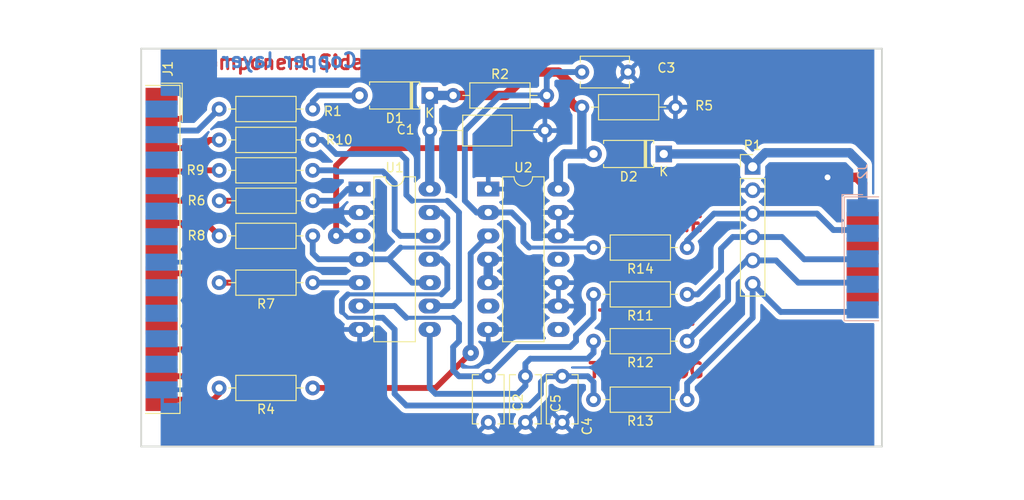
<source format=kicad_pcb>
(kicad_pcb (version 20241229) (generator "pcbnew") (generator_version "9.0")
  (title_block (rev "1") (company "Kicad Demo"))
  (layers (0 "F.Cu" signal "top_copper") (2 "B.Cu" signal "bottom_copper") (13 "F.Paste" user) (15 "B.Paste" user) (5 "F.SilkS" user "F.Silkscreen") (7 "B.SilkS" user "B.Silkscreen") (1 "F.Mask" user) (3 "B.Mask" user) (25 "Edge.Cuts" user))
  (net 0 "")
  (net 1 "/CLK-D1")
  (net 2 "/CTRL-D3")
  (net 3 "/DONE-SELECT*")
  (net 4 "/PWR_3,3-5V")
  (net 5 "/TCK-CCLK")
  (net 6 "/TD0-DONE")
  (net 7 "/TD0-PROG-D4")
  (net 8 "/TDI-DIN")
  (net 9 "/TDI-DIN-D0")
  (net 10 "/TMS-PROG")
  (net 11 "/TMS-PROG-D2")
  (net 12 "/VCC_SENSE-ERROR*")
  (net 13 "GND")
  (net 14 "VCC")
  (net 15 "Net-(U1B-O)")
  (net 16 "Net-(U1A-O)")
  (net 20 "Net-(U1D-O)")
  (net 21 "Net-(U1C-O)")
  (net 22 "Net-(D1-K)")
  (net 29 "Net-(J1-Pad11)")
  (net 34 "Net-(U2A-O)")
  (net 35 "Net-(U1A-E)")
  (net 36 "Net-(U1B-D)")
  (net 37 "Net-(U1B-E)")
  (net 38 "Net-(U1D-D)")
  (net 39 "Net-(U1C-D)")
  (footprint "sonde-xilinx:R_Axial_DIN0207_L6.3mm_D2.5mm_P10.16mm_Horizontal" (layer "F.Cu") (at 162.56 88.9 180)
    (property "Reference" "R14" (at 5.08 -2.31 180) (layer "F.SilkS"))
    (property "Value" "100")
    (fp_line (start 9.12 0) (end 8.35 0) (stroke (width 0.12)) (layer "F.SilkS"))
    (fp_line (start 8.35 1.37) (end 8.35 -1.37) (stroke (width 0.12)) (layer "F.SilkS"))
    (fp_line (start 8.35 -1.37) (end 1.81 -1.37) (stroke (width 0.12)) (layer "F.SilkS"))
    (fp_line (start 1.81 1.37) (end 8.35 1.37) (stroke (width 0.12)) (layer "F.SilkS"))
    (fp_line (start 1.81 -1.37) (end 1.81 1.37) (stroke (width 0.12)) (layer "F.SilkS"))
    (fp_line (start 1.04 0) (end 1.81 0) (stroke (width 0.12)) (layer "F.SilkS"))
    (pad "1" thru_hole circle (at 0 0 180) (size 1.6 1.6) (drill 0.8) (layers "*.Cu" "*.Mask") (net 6 "/TD0-DONE"))
    (pad "2" thru_hole oval (at 10.16 0 180) (size 1.6 1.6) (drill 0.8) (layers "*.Cu" "*.Mask") (net 16 "Net-(U1A-O)"))
  )
  (footprint "sonde-xilinx:R_Axial_DIN0207_L6.3mm_D2.5mm_P10.16mm_Horizontal" (layer "F.Cu") (at 121.92 80.518 180)
    (property "Reference" "R9" (at 12.72 0.018 180) (layer "F.SilkS"))
    (property "Value" "100")
    (fp_line (start 9.12 0) (end 8.35 0) (stroke (width 0.12)) (layer "F.SilkS"))
    (fp_line (start 8.35 1.37) (end 8.35 -1.37) (stroke (width 0.12)) (layer "F.SilkS"))
    (fp_line (start 8.35 -1.37) (end 1.81 -1.37) (stroke (width 0.12)) (layer "F.SilkS"))
    (fp_line (start 1.81 1.37) (end 8.35 1.37) (stroke (width 0.12)) (layer "F.SilkS"))
    (fp_line (start 1.81 -1.37) (end 1.81 1.37) (stroke (width 0.12)) (layer "F.SilkS"))
    (fp_line (start 1.04 0) (end 1.81 0) (stroke (width 0.12)) (layer "F.SilkS"))
    (pad "1" thru_hole circle (at 0 0 180) (size 1.6 1.6) (drill 0.8) (layers "*.Cu" "*.Mask") (net 38 "Net-(U1D-D)"))
    (pad "2" thru_hole oval (at 10.16 0 180) (size 1.6 1.6) (drill 0.8) (layers "*.Cu" "*.Mask") (net 11 "/TMS-PROG-D2"))
  )
  (footprint "sonde-xilinx:R_Axial_DIN0207_L6.3mm_D2.5mm_P10.16mm_Horizontal" (layer "F.Cu") (at 121.92 104.14 180)
    (property "Reference" "R4" (at 5.08 -2.31 180) (layer "F.SilkS"))
    (property "Value" "47")
    (fp_line (start 9.12 0) (end 8.35 0) (stroke (width 0.12)) (layer "F.SilkS"))
    (fp_line (start 8.35 1.37) (end 8.35 -1.37) (stroke (width 0.12)) (layer "F.SilkS"))
    (fp_line (start 8.35 -1.37) (end 1.81 -1.37) (stroke (width 0.12)) (layer "F.SilkS"))
    (fp_line (start 1.81 1.37) (end 8.35 1.37) (stroke (width 0.12)) (layer "F.SilkS"))
    (fp_line (start 1.81 -1.37) (end 1.81 1.37) (stroke (width 0.12)) (layer "F.SilkS"))
    (fp_line (start 1.04 0) (end 1.81 0) (stroke (width 0.12)) (layer "F.SilkS"))
    (pad "1" thru_hole circle (at 0 0 180) (size 1.6 1.6) (drill 0.8) (layers "*.Cu" "*.Mask") (net 34 "Net-(U2A-O)"))
    (pad "2" thru_hole oval (at 10.16 0 180) (size 1.6 1.6) (drill 0.8) (layers "*.Cu" "*.Mask") (net 3 "/DONE-SELECT*"))
  )
  (footprint "sonde-xilinx:R_Axial_DIN0207_L6.3mm_D2.5mm_P10.16mm_Horizontal" (layer "F.Cu") (at 162.56 105.41 180)
    (property "Reference" "R13" (at 5.08 -2.31 180) (layer "F.SilkS"))
    (property "Value" "100")
    (fp_line (start 9.12 0) (end 8.35 0) (stroke (width 0.12)) (layer "F.SilkS"))
    (fp_line (start 8.35 1.37) (end 8.35 -1.37) (stroke (width 0.12)) (layer "F.SilkS"))
    (fp_line (start 8.35 -1.37) (end 1.81 -1.37) (stroke (width 0.12)) (layer "F.SilkS"))
    (fp_line (start 1.81 1.37) (end 8.35 1.37) (stroke (width 0.12)) (layer "F.SilkS"))
    (fp_line (start 1.81 -1.37) (end 1.81 1.37) (stroke (width 0.12)) (layer "F.SilkS"))
    (fp_line (start 1.04 0) (end 1.81 0) (stroke (width 0.12)) (layer "F.SilkS"))
    (pad "1" thru_hole circle (at 0 0 180) (size 1.6 1.6) (drill 0.8) (layers "*.Cu" "*.Mask") (net 10 "/TMS-PROG"))
    (pad "2" thru_hole oval (at 10.16 0 180) (size 1.6 1.6) (drill 0.8) (layers "*.Cu" "*.Mask") (net 20 "Net-(U1D-O)"))
  )
  (footprint "sonde-xilinx:R_Axial_DIN0207_L6.3mm_D2.5mm_P10.16mm_Horizontal" (layer "F.Cu") (at 162.56 99.06 180)
    (property "Reference" "R12" (at 5.08 -2.31 180) (layer "F.SilkS"))
    (property "Value" "100")
    (fp_line (start 9.12 0) (end 8.35 0) (stroke (width 0.12)) (layer "F.SilkS"))
    (fp_line (start 8.35 1.37) (end 8.35 -1.37) (stroke (width 0.12)) (layer "F.SilkS"))
    (fp_line (start 8.35 -1.37) (end 1.81 -1.37) (stroke (width 0.12)) (layer "F.SilkS"))
    (fp_line (start 1.81 1.37) (end 8.35 1.37) (stroke (width 0.12)) (layer "F.SilkS"))
    (fp_line (start 1.81 -1.37) (end 1.81 1.37) (stroke (width 0.12)) (layer "F.SilkS"))
    (fp_line (start 1.04 0) (end 1.81 0) (stroke (width 0.12)) (layer "F.SilkS"))
    (pad "1" thru_hole circle (at 0 0 180) (size 1.6 1.6) (drill 0.8) (layers "*.Cu" "*.Mask") (net 5 "/TCK-CCLK"))
    (pad "2" thru_hole oval (at 10.16 0 180) (size 1.6 1.6) (drill 0.8) (layers "*.Cu" "*.Mask") (net 21 "Net-(U1C-O)"))
  )
  (footprint "sonde-xilinx:R_Axial_DIN0207_L6.3mm_D2.5mm_P10.16mm_Horizontal" (layer "F.Cu") (at 162.56 93.98 180)
    (property "Reference" "R11" (at 5.08 -2.31 180) (layer "F.SilkS"))
    (property "Value" "100")
    (fp_line (start 9.12 0) (end 8.35 0) (stroke (width 0.12)) (layer "F.SilkS"))
    (fp_line (start 8.35 1.37) (end 8.35 -1.37) (stroke (width 0.12)) (layer "F.SilkS"))
    (fp_line (start 8.35 -1.37) (end 1.81 -1.37) (stroke (width 0.12)) (layer "F.SilkS"))
    (fp_line (start 1.81 1.37) (end 8.35 1.37) (stroke (width 0.12)) (layer "F.SilkS"))
    (fp_line (start 1.81 -1.37) (end 1.81 1.37) (stroke (width 0.12)) (layer "F.SilkS"))
    (fp_line (start 1.04 0) (end 1.81 0) (stroke (width 0.12)) (layer "F.SilkS"))
    (pad "1" thru_hole circle (at 0 0 180) (size 1.6 1.6) (drill 0.8) (layers "*.Cu" "*.Mask") (net 8 "/TDI-DIN"))
    (pad "2" thru_hole oval (at 10.16 0 180) (size 1.6 1.6) (drill 0.8) (layers "*.Cu" "*.Mask") (net 15 "Net-(U1B-O)"))
  )
  (footprint "sonde-xilinx:R_Axial_DIN0207_L6.3mm_D2.5mm_P10.16mm_Horizontal" (layer "F.Cu") (at 121.92 87.63 180)
    (property "Reference" "R8" (at 12.62 0.03 180) (layer "F.SilkS"))
    (property "Value" "100")
    (fp_line (start 9.12 0) (end 8.35 0) (stroke (width 0.12)) (layer "F.SilkS"))
    (fp_line (start 8.35 1.37) (end 8.35 -1.37) (stroke (width 0.12)) (layer "F.SilkS"))
    (fp_line (start 8.35 -1.37) (end 1.81 -1.37) (stroke (width 0.12)) (layer "F.SilkS"))
    (fp_line (start 1.81 1.37) (end 8.35 1.37) (stroke (width 0.12)) (layer "F.SilkS"))
    (fp_line (start 1.81 -1.37) (end 1.81 1.37) (stroke (width 0.12)) (layer "F.SilkS"))
    (fp_line (start 1.04 0) (end 1.81 0) (stroke (width 0.12)) (layer "F.SilkS"))
    (pad "1" thru_hole circle (at 0 0 180) (size 1.6 1.6) (drill 0.8) (layers "*.Cu" "*.Mask") (net 37 "Net-(U1B-E)"))
    (pad "2" thru_hole oval (at 10.16 0 180) (size 1.6 1.6) (drill 0.8) (layers "*.Cu" "*.Mask") (net 2 "/CTRL-D3"))
  )
  (footprint "sonde-xilinx:R_Axial_DIN0207_L6.3mm_D2.5mm_P10.16mm_Horizontal" (layer "F.Cu") (at 121.92 92.71 180)
    (property "Reference" "R7" (at 5.08 -2.31 180) (layer "F.SilkS"))
    (property "Value" "100")
    (fp_line (start 9.12 0) (end 8.35 0) (stroke (width 0.12)) (layer "F.SilkS"))
    (fp_line (start 8.35 1.37) (end 8.35 -1.37) (stroke (width 0.12)) (layer "F.SilkS"))
    (fp_line (start 8.35 -1.37) (end 1.81 -1.37) (stroke (width 0.12)) (layer "F.SilkS"))
    (fp_line (start 1.81 1.37) (end 8.35 1.37) (stroke (width 0.12)) (layer "F.SilkS"))
    (fp_line (start 1.81 -1.37) (end 1.81 1.37) (stroke (width 0.12)) (layer "F.SilkS"))
    (fp_line (start 1.04 0) (end 1.81 0) (stroke (width 0.12)) (layer "F.SilkS"))
    (pad "1" thru_hole circle (at 0 0 180) (size 1.6 1.6) (drill 0.8) (layers "*.Cu" "*.Mask") (net 36 "Net-(U1B-D)"))
    (pad "2" thru_hole oval (at 10.16 0 180) (size 1.6 1.6) (drill 0.8) (layers "*.Cu" "*.Mask") (net 9 "/TDI-DIN-D0"))
  )
  (footprint "sonde-xilinx:R_Axial_DIN0207_L6.3mm_D2.5mm_P10.16mm_Horizontal" (layer "F.Cu") (at 121.9327 83.82 180)
    (property "Reference" "R6" (at 12.6327 0.02 180) (layer "F.SilkS"))
    (property "Value" "100")
    (fp_line (start 9.12 0) (end 8.35 0) (stroke (width 0.12)) (layer "F.SilkS"))
    (fp_line (start 8.35 1.37) (end 8.35 -1.37) (stroke (width 0.12)) (layer "F.SilkS"))
    (fp_line (start 8.35 -1.37) (end 1.81 -1.37) (stroke (width 0.12)) (layer "F.SilkS"))
    (fp_line (start 1.81 1.37) (end 8.35 1.37) (stroke (width 0.12)) (layer "F.SilkS"))
    (fp_line (start 1.81 -1.37) (end 1.81 1.37) (stroke (width 0.12)) (layer "F.SilkS"))
    (fp_line (start 1.04 0) (end 1.81 0) (stroke (width 0.12)) (layer "F.SilkS"))
    (pad "1" thru_hole circle (at 0 0 180) (size 1.6 1.6) (drill 0.8) (layers "*.Cu" "*.Mask") (net 35 "Net-(U1A-E)"))
    (pad "2" thru_hole oval (at 10.16 0 180) (size 1.6 1.6) (drill 0.8) (layers "*.Cu" "*.Mask") (net 7 "/TD0-PROG-D4"))
  )
  (footprint "sonde-xilinx:R_Axial_DIN0207_L6.3mm_D2.5mm_P10.16mm_Horizontal" (layer "F.Cu") (at 137.16 72.39)
    (property "Reference" "R2" (at 5.08 -2.31 0) (layer "F.SilkS"))
    (property "Value" "5,1K")
    (fp_line (start 1.04 0) (end 1.81 0) (stroke (width 0.12)) (layer "F.SilkS"))
    (fp_line (start 1.81 -1.37) (end 1.81 1.37) (stroke (width 0.12)) (layer "F.SilkS"))
    (fp_line (start 1.81 1.37) (end 8.35 1.37) (stroke (width 0.12)) (layer "F.SilkS"))
    (fp_line (start 8.35 -1.37) (end 1.81 -1.37) (stroke (width 0.12)) (layer "F.SilkS"))
    (fp_line (start 8.35 1.37) (end 8.35 -1.37) (stroke (width 0.12)) (layer "F.SilkS"))
    (fp_line (start 9.12 0) (end 8.35 0) (stroke (width 0.12)) (layer "F.SilkS"))
    (pad "1" thru_hole circle (at 0 0) (size 1.6 1.6) (drill 0.8) (layers "*.Cu" "*.Mask") (net 14 "VCC"))
    (pad "2" thru_hole oval (at 10.16 0) (size 1.6 1.6) (drill 0.8) (layers "*.Cu" "*.Mask") (net 16 "Net-(U1A-O)"))
  )
  (footprint "sonde-xilinx:R_Axial_DIN0207_L6.3mm_D2.5mm_P10.16mm_Horizontal" (layer "F.Cu") (at 151.13 73.66)
    (property "Reference" "R5" (at 13.27 -0.16 0) (layer "F.SilkS"))
    (property "Value" "1K")
    (fp_line (start 1.04 0) (end 1.81 0) (stroke (width 0.12)) (layer "F.SilkS"))
    (fp_line (start 1.81 -1.37) (end 1.81 1.37) (stroke (width 0.12)) (layer "F.SilkS"))
    (fp_line (start 1.81 1.37) (end 8.35 1.37) (stroke (width 0.12)) (layer "F.SilkS"))
    (fp_line (start 8.35 -1.37) (end 1.81 -1.37) (stroke (width 0.12)) (layer "F.SilkS"))
    (fp_line (start 8.35 1.37) (end 8.35 -1.37) (stroke (width 0.12)) (layer "F.SilkS"))
    (fp_line (start 9.12 0) (end 8.35 0) (stroke (width 0.12)) (layer "F.SilkS"))
    (pad "1" thru_hole circle (at 0 0) (size 1.6 1.6) (drill 0.8) (layers "*.Cu" "*.Mask") (net 14 "VCC"))
    (pad "2" thru_hole oval (at 10.16 0) (size 1.6 1.6) (drill 0.8) (layers "*.Cu" "*.Mask") (net 13 "GND"))
  )
  (footprint "sonde-xilinx:R_Axial_DIN0207_L6.3mm_D2.5mm_P10.16mm_Horizontal" (layer "F.Cu") (at 121.92 77.216 180)
    (property "Reference" "R10" (at -2.88 0.016 180) (layer "F.SilkS"))
    (property "Value" "100")
    (fp_line (start 9.12 0) (end 8.35 0) (stroke (width 0.12)) (layer "F.SilkS"))
    (fp_line (start 8.35 1.37) (end 8.35 -1.37) (stroke (width 0.12)) (layer "F.SilkS"))
    (fp_line (start 8.35 -1.37) (end 1.81 -1.37) (stroke (width 0.12)) (layer "F.SilkS"))
    (fp_line (start 1.81 1.37) (end 8.35 1.37) (stroke (width 0.12)) (layer "F.SilkS"))
    (fp_line (start 1.81 -1.37) (end 1.81 1.37) (stroke (width 0.12)) (layer "F.SilkS"))
    (fp_line (start 1.04 0) (end 1.81 0) (stroke (width 0.12)) (layer "F.SilkS"))
    (pad "1" thru_hole circle (at 0 0 180) (size 1.6 1.6) (drill 0.8) (layers "*.Cu" "*.Mask") (net 39 "Net-(U1C-D)"))
    (pad "2" thru_hole oval (at 10.16 0 180) (size 1.6 1.6) (drill 0.8) (layers "*.Cu" "*.Mask") (net 1 "/CLK-D1"))
  )
  (footprint "sonde-xilinx:D_A-405_P7.62mm_Horizontal" (layer "F.Cu") (at 160.02 78.74 180)
    (property "Reference" "D2" (at 3.81 -2.47 180) (layer "F.SilkS"))
    (property "Value" "BAT46")
    (fp_line (start 6.53 1.47) (end 6.53 1.14) (stroke (width 0.12)) (layer "F.SilkS"))
    (fp_line (start 6.53 -1.47) (end 6.53 -1.14) (stroke (width 0.12)) (layer "F.SilkS"))
    (fp_line (start 2.11 -1.47) (end 2.11 1.47) (stroke (width 0.12)) (layer "F.SilkS"))
    (fp_line (start 1.99 -1.47) (end 1.99 1.47) (stroke (width 0.12)) (layer "F.SilkS"))
    (fp_line (start 1.87 -1.47) (end 1.87 1.47) (stroke (width 0.12)) (layer "F.SilkS"))
    (fp_line (start 1.09 1.47) (end 6.53 1.47) (stroke (width 0.12)) (layer "F.SilkS"))
    (fp_line (start 1.09 1.14) (end 1.09 1.47) (stroke (width 0.12)) (layer "F.SilkS"))
    (fp_line (start 1.09 -1.14) (end 1.09 -1.47) (stroke (width 0.12)) (layer "F.SilkS"))
    (fp_line (start 1.09 -1.47) (end 6.53 -1.47) (stroke (width 0.12)) (layer "F.SilkS"))
    (fp_text user "K" (at 0 -1.9 180) (layer "F.SilkS"))
    (pad "1" thru_hole rect (at 0 0 180) (size 1.8 1.8) (drill 0.9) (layers "*.Cu" "*.Mask") (net 4 "/PWR_3,3-5V"))
    (pad "2" thru_hole oval (at 7.62 0 180) (size 1.8 1.8) (drill 0.9) (layers "*.Cu" "*.Mask") (net 14 "VCC"))
  )
  (footprint "sonde-xilinx:D_A-405_P7.62mm_Horizontal" (layer "F.Cu") (at 134.62 72.39 180)
    (property "Reference" "D1" (at 3.81 -2.47 180) (layer "F.SilkS"))
    (property "Value" "BAT46")
    (fp_line (start 6.53 1.47) (end 6.53 1.14) (stroke (width 0.12)) (layer "F.SilkS"))
    (fp_line (start 6.53 -1.47) (end 6.53 -1.14) (stroke (width 0.12)) (layer "F.SilkS"))
    (fp_line (start 2.11 -1.47) (end 2.11 1.47) (stroke (width 0.12)) (layer "F.SilkS"))
    (fp_line (start 1.99 -1.47) (end 1.99 1.47) (stroke (width 0.12)) (layer "F.SilkS"))
    (fp_line (start 1.87 -1.47) (end 1.87 1.47) (stroke (width 0.12)) (layer "F.SilkS"))
    (fp_line (start 1.09 1.47) (end 6.53 1.47) (stroke (width 0.12)) (layer "F.SilkS"))
    (fp_line (start 1.09 1.14) (end 1.09 1.47) (stroke (width 0.12)) (layer "F.SilkS"))
    (fp_line (start 1.09 -1.14) (end 1.09 -1.47) (stroke (width 0.12)) (layer "F.SilkS"))
    (fp_line (start 1.09 -1.47) (end 6.53 -1.47) (stroke (width 0.12)) (layer "F.SilkS"))
    (fp_text user "K" (at 0 -1.9 180) (layer "F.SilkS"))
    (pad "1" thru_hole rect (at 0 0 180) (size 1.8 1.8) (drill 0.9) (layers "*.Cu" "*.Mask") (net 14 "VCC"))
    (pad "2" thru_hole oval (at 7.62 0 180) (size 1.8 1.8) (drill 0.9) (layers "*.Cu" "*.Mask") (net 22 "Net-(D1-K)"))
  )
  (footprint "sonde-xilinx:R_Axial_DIN0207_L6.3mm_D2.5mm_P10.16mm_Horizontal" (layer "F.Cu") (at 121.92 73.8632 180)
    (property "Reference" "R1" (at -2.18 -0.2368 180) (layer "F.SilkS"))
    (property "Value" "100")
    (fp_line (start 9.12 0) (end 8.35 0) (stroke (width 0.12)) (layer "F.SilkS"))
    (fp_line (start 8.35 1.37) (end 8.35 -1.37) (stroke (width 0.12)) (layer "F.SilkS"))
    (fp_line (start 8.35 -1.37) (end 1.81 -1.37) (stroke (width 0.12)) (layer "F.SilkS"))
    (fp_line (start 1.81 1.37) (end 8.35 1.37) (stroke (width 0.12)) (layer "F.SilkS"))
    (fp_line (start 1.81 -1.37) (end 1.81 1.37) (stroke (width 0.12)) (layer "F.SilkS"))
    (fp_line (start 1.04 0) (end 1.81 0) (stroke (width 0.12)) (layer "F.SilkS"))
    (pad "1" thru_hole circle (at 0 0 180) (size 1.6 1.6) (drill 0.8) (layers "*.Cu" "*.Mask") (net 22 "Net-(D1-K)"))
    (pad "2" thru_hole oval (at 10.16 0 180) (size 1.6 1.6) (drill 0.8) (layers "*.Cu" "*.Mask") (net 12 "/VCC_SENSE-ERROR*"))
  )
  (footprint "sonde-xilinx:C_Axial_L5.1mm_D3.1mm_P12.50mm_Horizontal" (layer "F.Cu") (at 134.62 76.2)
    (property "Reference" "C1" (at -2.62 -0.1 0) (layer "F.SilkS"))
    (property "Value" "1uF")
    (fp_line (start 1.04 0) (end 3.58 0) (stroke (width 0.12)) (layer "F.SilkS"))
    (fp_line (start 3.58 -1.67) (end 3.58 1.67) (stroke (width 0.12)) (layer "F.SilkS"))
    (fp_line (start 3.58 1.67) (end 8.92 1.67) (stroke (width 0.12)) (layer "F.SilkS"))
    (fp_line (start 8.92 -1.67) (end 3.58 -1.67) (stroke (width 0.12)) (layer "F.SilkS"))
    (fp_line (start 8.92 1.67) (end 8.92 -1.67) (stroke (width 0.12)) (layer "F.SilkS"))
    (fp_line (start 11.46 0) (end 8.92 0) (stroke (width 0.12)) (layer "F.SilkS"))
    (pad "1" thru_hole circle (at 0 0) (size 1.6 1.6) (drill 0.8) (layers "*.Cu" "*.Mask") (net 14 "VCC"))
    (pad "2" thru_hole oval (at 12.5 0) (size 1.6 1.6) (drill 0.8) (layers "*.Cu" "*.Mask") (net 13 "GND"))
  )
  (footprint "sonde-xilinx:PinHeader_1x06_P2.54mm_Vertical" (layer "F.Cu") (at 169.672 80.137)
    (property "Reference" "P1" (at 0 -2.33 0) (layer "F.SilkS"))
    (property "Value" "CONN_6")
    (fp_line (start -1.33 -1.33) (end 0 -1.33) (stroke (width 0.12)) (layer "F.SilkS"))
    (fp_line (start -1.33 0) (end -1.33 -1.33) (stroke (width 0.12)) (layer "F.SilkS"))
    (fp_line (start -1.33 1.27) (end -1.33 14.03) (stroke (width 0.12)) (layer "F.SilkS"))
    (fp_line (start -1.33 1.27) (end 1.33 1.27) (stroke (width 0.12)) (layer "F.SilkS"))
    (fp_line (start -1.33 14.03) (end 1.33 14.03) (stroke (width 0.12)) (layer "F.SilkS"))
    (fp_line (start 1.33 1.27) (end 1.33 14.03) (stroke (width 0.12)) (layer "F.SilkS"))
    (pad "1" thru_hole rect (at 0 0) (size 1.7 1.7) (drill 1) (layers "*.Cu" "*.Mask") (net 4 "/PWR_3,3-5V"))
    (pad "2" thru_hole oval (at 0 2.54) (size 1.7 1.7) (drill 1) (layers "*.Cu" "*.Mask") (net 13 "GND"))
    (pad "3" thru_hole oval (at 0 5.08) (size 1.7 1.7) (drill 1) (layers "*.Cu" "*.Mask") (net 6 "/TD0-DONE"))
    (pad "4" thru_hole oval (at 0 7.62) (size 1.7 1.7) (drill 1) (layers "*.Cu" "*.Mask") (net 8 "/TDI-DIN"))
    (pad "5" thru_hole oval (at 0 10.16) (size 1.7 1.7) (drill 1) (layers "*.Cu" "*.Mask") (net 5 "/TCK-CCLK"))
    (pad "6" thru_hole oval (at 0 12.7) (size 1.7 1.7) (drill 1) (layers "*.Cu" "*.Mask") (net 10 "/TMS-PROG"))
  )
  (footprint "sonde-xilinx:DIP-14_W7.62mm_LongPads" (layer "F.Cu") (at 140.97 82.55)
    (property "Reference" "U2" (at 3.81 -2.33 0) (layer "F.SilkS"))
    (property "Value" "74LS125")
    (fp_line (start 1.56 -1.33) (end 1.56 16.57) (stroke (width 0.12)) (layer "F.SilkS"))
    (fp_line (start 1.56 16.57) (end 6.06 16.57) (stroke (width 0.12)) (layer "F.SilkS"))
    (fp_line (start 2.81 -1.33) (end 1.56 -1.33) (stroke (width 0.12)) (layer "F.SilkS"))
    (fp_line (start 6.06 -1.33) (end 4.81 -1.33) (stroke (width 0.12)) (layer "F.SilkS"))
    (fp_line (start 6.06 16.57) (end 6.06 -1.33) (stroke (width 0.12)) (layer "F.SilkS"))
    (fp_arc (start 4.81 -1.33) (mid 3.81 -0.33) (end 2.81 -1.33) (stroke (width 0.12)) (layer "F.SilkS"))
    (pad "1" thru_hole rect (at 0 0) (size 2.4 1.6) (drill 0.8) (layers "*.Cu" "*.Mask") (net 13 "GND"))
    (pad "2" thru_hole oval (at 0 2.54) (size 2.4 1.6) (drill 0.8) (layers "*.Cu" "*.Mask") (net 16 "Net-(U1A-O)"))
    (pad "3" thru_hole oval (at 0 5.08) (size 2.4 1.6) (drill 0.8) (layers "*.Cu" "*.Mask") (net 34 "Net-(U2A-O)"))
    (pad "4" thru_hole oval (at 0 7.62) (size 2.4 1.6) (drill 0.8) (layers "*.Cu" "*.Mask") (net 13 "GND"))
    (pad "5" thru_hole oval (at 0 10.16) (size 2.4 1.6) (drill 0.8) (layers "*.Cu" "*.Mask") (net 13 "GND"))
    (pad "6" thru_hole oval (at 0 12.7) (size 2.4 1.6) (drill 0.8) (layers "*.Cu" "*.Mask"))
    (pad "7" thru_hole oval (at 0 15.24) (size 2.4 1.6) (drill 0.8) (layers "*.Cu" "*.Mask") (net 13 "GND"))
    (pad "8" thru_hole oval (at 7.62 15.24) (size 2.4 1.6) (drill 0.8) (layers "*.Cu" "*.Mask"))
    (pad "9" thru_hole oval (at 7.62 12.7) (size 2.4 1.6) (drill 0.8) (layers "*.Cu" "*.Mask") (net 13 "GND"))
    (pad "10" thru_hole oval (at 7.62 10.16) (size 2.4 1.6) (drill 0.8) (layers "*.Cu" "*.Mask") (net 13 "GND"))
    (pad "11" thru_hole oval (at 7.62 7.62) (size 2.4 1.6) (drill 0.8) (layers "*.Cu" "*.Mask"))
    (pad "12" thru_hole oval (at 7.62 5.08) (size 2.4 1.6) (drill 0.8) (layers "*.Cu" "*.Mask") (net 13 "GND"))
    (pad "13" thru_hole oval (at 7.62 2.54) (size 2.4 1.6) (drill 0.8) (layers "*.Cu" "*.Mask") (net 13 "GND"))
    (pad "14" thru_hole oval (at 7.62 0) (size 2.4 1.6) (drill 0.8) (layers "*.Cu" "*.Mask") (net 14 "VCC"))
  )
  (footprint "sonde-xilinx:DIP-14_W7.62mm_LongPads" (layer "F.Cu") (at 127 82.55)
    (property "Reference" "U1" (at 3.81 -2.33 0) (layer "F.SilkS"))
    (property "Value" "74LS125")
    (fp_line (start 1.56 -1.33) (end 1.56 16.57) (stroke (width 0.12)) (layer "F.SilkS"))
    (fp_line (start 1.56 16.57) (end 6.06 16.57) (stroke (width 0.12)) (layer "F.SilkS"))
    (fp_line (start 2.81 -1.33) (end 1.56 -1.33) (stroke (width 0.12)) (layer "F.SilkS"))
    (fp_line (start 6.06 -1.33) (end 4.81 -1.33) (stroke (width 0.12)) (layer "F.SilkS"))
    (fp_line (start 6.06 16.57) (end 6.06 -1.33) (stroke (width 0.12)) (layer "F.SilkS"))
    (fp_arc (start 4.81 -1.33) (mid 3.81 -0.33) (end 2.81 -1.33) (stroke (width 0.12)) (layer "F.SilkS"))
    (pad "1" thru_hole rect (at 0 0) (size 2.4 1.6) (drill 0.8) (layers "*.Cu" "*.Mask") (net 35 "Net-(U1A-E)"))
    (pad "2" thru_hole oval (at 0 2.54) (size 2.4 1.6) (drill 0.8) (layers "*.Cu" "*.Mask") (net 13 "GND"))
    (pad "3" thru_hole oval (at 0 5.08) (size 2.4 1.6) (drill 0.8) (layers "*.Cu" "*.Mask") (net 16 "Net-(U1A-O)"))
    (pad "4" thru_hole oval (at 0 7.62) (size 2.4 1.6) (drill 0.8) (layers "*.Cu" "*.Mask") (net 37 "Net-(U1B-E)"))
    (pad "5" thru_hole oval (at 0 10.16) (size 2.4 1.6) (drill 0.8) (layers "*.Cu" "*.Mask") (net 36 "Net-(U1B-D)"))
    (pad "6" thru_hole oval (at 0 12.7) (size 2.4 1.6) (drill 0.8) (layers "*.Cu" "*.Mask") (net 15 "Net-(U1B-O)"))
    (pad "7" thru_hole oval (at 0 15.24) (size 2.4 1.6) (drill 0.8) (layers "*.Cu" "*.Mask") (net 13 "GND"))
    (pad "8" thru_hole oval (at 7.62 15.24) (size 2.4 1.6) (drill 0.8) (layers "*.Cu" "*.Mask") (net 21 "Net-(U1C-O)"))
    (pad "9" thru_hole oval (at 7.62 12.7) (size 2.4 1.6) (drill 0.8) (layers "*.Cu" "*.Mask") (net 39 "Net-(U1C-D)"))
    (pad "10" thru_hole oval (at 7.62 10.16) (size 2.4 1.6) (drill 0.8) (layers "*.Cu" "*.Mask") (net 37 "Net-(U1B-E)"))
    (pad "11" thru_hole oval (at 7.62 7.62) (size 2.4 1.6) (drill 0.8) (layers "*.Cu" "*.Mask") (net 20 "Net-(U1D-O)"))
    (pad "12" thru_hole oval (at 7.62 5.08) (size 2.4 1.6) (drill 0.8) (layers "*.Cu" "*.Mask") (net 38 "Net-(U1D-D)"))
    (pad "13" thru_hole oval (at 7.62 2.54) (size 2.4 1.6) (drill 0.8) (layers "*.Cu" "*.Mask") (net 37 "Net-(U1B-E)"))
    (pad "14" thru_hole oval (at 7.62 0) (size 2.4 1.6) (drill 0.8) (layers "*.Cu" "*.Mask") (net 14 "VCC"))
  )
  (footprint "sonde-xilinx:C_Disc_D5.1mm_W3.2mm_P5.00mm" (layer "F.Cu") (at 145 102.87 -90)
    (property "Reference" "C5" (at 2.93 -3.3 270) (layer "F.SilkS"))
    (property "Value" "100pF")
    (fp_line (start -0.17 1.721) (end 5.17 1.721) (stroke (width 0.12)) (layer "F.SilkS"))
    (fp_line (start -0.17 1.055) (end -0.17 1.721) (stroke (width 0.12)) (layer "F.SilkS"))
    (fp_line (start 5.17 1.055) (end 5.17 1.721) (stroke (width 0.12)) (layer "F.SilkS"))
    (fp_line (start -0.17 -1.721) (end -0.17 -1.055) (stroke (width 0.12)) (layer "F.SilkS"))
    (fp_line (start -0.17 -1.721) (end 5.17 -1.721) (stroke (width 0.12)) (layer "F.SilkS"))
    (fp_line (start 5.17 -1.721) (end 5.17 -1.055) (stroke (width 0.12)) (layer "F.SilkS"))
    (pad "1" thru_hole circle (at 0 0 270) (size 1.6 1.6) (drill 0.8) (layers "*.Cu" "*.Mask") (net 21 "Net-(U1C-O)"))
    (pad "2" thru_hole circle (at 5 0 270) (size 1.6 1.6) (drill 0.8) (layers "*.Cu" "*.Mask") (net 13 "GND"))
  )
  (footprint "sonde-xilinx:C_Disc_D5.1mm_W3.2mm_P5.00mm" (layer "F.Cu") (at 149 102.87 -90)
    (property "Reference" "C4" (at 5.43 -2.7 270) (layer "F.SilkS"))
    (property "Value" "100pF")
    (fp_line (start -0.17 1.721) (end 5.17 1.721) (stroke (width 0.12)) (layer "F.SilkS"))
    (fp_line (start -0.17 1.055) (end -0.17 1.721) (stroke (width 0.12)) (layer "F.SilkS"))
    (fp_line (start 5.17 1.055) (end 5.17 1.721) (stroke (width 0.12)) (layer "F.SilkS"))
    (fp_line (start -0.17 -1.721) (end -0.17 -1.055) (stroke (width 0.12)) (layer "F.SilkS"))
    (fp_line (start -0.17 -1.721) (end 5.17 -1.721) (stroke (width 0.12)) (layer "F.SilkS"))
    (fp_line (start 5.17 -1.721) (end 5.17 -1.055) (stroke (width 0.12)) (layer "F.SilkS"))
    (pad "1" thru_hole circle (at 0 0 270) (size 1.6 1.6) (drill 0.8) (layers "*.Cu" "*.Mask") (net 20 "Net-(U1D-O)"))
    (pad "2" thru_hole circle (at 5 0 270) (size 1.6 1.6) (drill 0.8) (layers "*.Cu" "*.Mask") (net 13 "GND"))
  )
  (footprint "sonde-xilinx:C_Disc_D5.1mm_W3.2mm_P5.00mm" (layer "F.Cu") (at 151.13 69.85)
    (property "Reference" "C3" (at 9.17 -0.45 0) (layer "F.SilkS"))
    (property "Value" "100pF")
    (fp_line (start -0.17 -1.721) (end -0.17 -1.055) (stroke (width 0.12)) (layer "F.SilkS"))
    (fp_line (start -0.17 -1.721) (end 5.17 -1.721) (stroke (width 0.12)) (layer "F.SilkS"))
    (fp_line (start -0.17 1.055) (end -0.17 1.721) (stroke (width 0.12)) (layer "F.SilkS"))
    (fp_line (start -0.17 1.721) (end 5.17 1.721) (stroke (width 0.12)) (layer "F.SilkS"))
    (fp_line (start 5.17 -1.721) (end 5.17 -1.055) (stroke (width 0.12)) (layer "F.SilkS"))
    (fp_line (start 5.17 1.055) (end 5.17 1.721) (stroke (width 0.12)) (layer "F.SilkS"))
    (pad "1" thru_hole circle (at 0 0) (size 1.6 1.6) (drill 0.8) (layers "*.Cu" "*.Mask") (net 16 "Net-(U1A-O)"))
    (pad "2" thru_hole circle (at 5 0) (size 1.6 1.6) (drill 0.8) (layers "*.Cu" "*.Mask") (net 13 "GND"))
  )
  (footprint "sonde-xilinx:C_Disc_D5.1mm_W3.2mm_P5.00mm" (layer "F.Cu") (at 140.97 102.87 -90)
    (property "Reference" "C2" (at 2.83 -3.23 270) (layer "F.SilkS"))
    (property "Value" "100pF")
    (fp_line (start -0.17 1.721) (end 5.17 1.721) (stroke (width 0.12)) (layer "F.SilkS"))
    (fp_line (start -0.17 1.055) (end -0.17 1.721) (stroke (width 0.12)) (layer "F.SilkS"))
    (fp_line (start 5.17 1.055) (end 5.17 1.721) (stroke (width 0.12)) (layer "F.SilkS"))
    (fp_line (start -0.17 -1.721) (end -0.17 -1.055) (stroke (width 0.12)) (layer "F.SilkS"))
    (fp_line (start -0.17 -1.721) (end 5.17 -1.721) (stroke (width 0.12)) (layer "F.SilkS"))
    (fp_line (start 5.17 -1.721) (end 5.17 -1.055) (stroke (width 0.12)) (layer "F.SilkS"))
    (pad "1" thru_hole circle (at 0 0 270) (size 1.6 1.6) (drill 0.8) (layers "*.Cu" "*.Mask") (net 15 "Net-(U1B-O)"))
    (pad "2" thru_hole circle (at 5 0 270) (size 1.6 1.6) (drill 0.8) (layers "*.Cu" "*.Mask") (net 13 "GND"))
  )
  (footprint "sonde-xilinx:DSUB-25_Male_EdgeMount_P2.77mm" (layer "F.Cu") (at 105.5116 89.1032 -90)
    (property "Reference" "J1" (at -19.6032 -0.6884 90) (layer "F.SilkS"))
    (property "Value" "DB25MALE")
    (fp_line (start 17.803333 1.74) (end 17.803333 -2) (stroke (width 0.12)) (layer "F.SilkS"))
    (fp_line (start -18.043333 0) (end -18.043333 -2.24) (stroke (width 0.12)) (layer "F.SilkS"))
    (fp_line (start -17.803333 -2) (end -17.803333 1.74) (stroke (width 0.12)) (layer "F.SilkS"))
    (fp_line (start 17.803333 -2) (end -17.803333 -2) (stroke (width 0.12)) (layer "F.SilkS"))
    (fp_line (start -18.043333 -2.24) (end -13.85 -2.24) (stroke (width 0.12)) (layer "F.SilkS"))
    (pad "1" smd rect (at -16.62 0 270) (size 1.846667 3.48) (layers "F.Cu" "F.Mask" "F.Paste"))
    (pad "2" smd rect (at -13.85 0 270) (size 1.846667 3.48) (layers "F.Cu" "F.Mask" "F.Paste") (net 9 "/TDI-DIN-D0"))
    (pad "3" smd rect (at -11.08 0 270) (size 1.846667 3.48) (layers "F.Cu" "F.Mask" "F.Paste") (net 1 "/CLK-D1"))
    (pad "4" smd rect (at -8.31 0 270) (size 1.846667 3.48) (layers "F.Cu" "F.Mask" "F.Paste") (net 11 "/TMS-PROG-D2"))
    (pad "5" smd rect (at -5.54 0 270) (size 1.846667 3.48) (layers "F.Cu" "F.Mask" "F.Paste") (net 2 "/CTRL-D3"))
    (pad "6" smd rect (at -2.77 0 270) (size 1.846667 3.48) (layers "F.Cu" "F.Mask" "F.Paste") (net 7 "/TD0-PROG-D4"))
    (pad "7" smd rect (at 0 0 270) (size 1.846667 3.48) (layers "F.Cu" "F.Mask" "F.Paste"))
    (pad "8" smd rect (at 2.77 0 270) (size 1.846667 3.48) (layers "F.Cu" "F.Mask" "F.Paste") (net 29 "Net-(J1-Pad11)"))
    (pad "9" smd rect (at 5.54 0 270) (size 1.846667 3.48) (layers "F.Cu" "F.Mask" "F.Paste"))
    (pad "10" smd rect (at 8.31 0 270) (size 1.846667 3.48) (layers "F.Cu" "F.Mask" "F.Paste"))
    (pad "11" smd rect (at 11.08 0 270) (size 1.846667 3.48) (layers "F.Cu" "F.Mask" "F.Paste") (net 29 "Net-(J1-Pad11)"))
    (pad "12" smd rect (at 13.85 0 270) (size 1.846667 3.48) (layers "F.Cu" "F.Mask" "F.Paste") (net 29 "Net-(J1-Pad11)"))
    (pad "13" smd rect (at 16.62 0 270) (size 1.846667 3.48) (layers "F.Cu" "F.Mask" "F.Paste") (net 3 "/DONE-SELECT*"))
    (pad "14" smd rect (at -15.235 0 270) (size 1.846667 3.48) (layers "B.Cu" "B.Mask" "B.Paste"))
    (pad "15" smd rect (at -12.465 0 270) (size 1.846667 3.48) (layers "B.Cu" "B.Mask" "B.Paste") (net 12 "/VCC_SENSE-ERROR*"))
    (pad "16" smd rect (at -9.695 0 270) (size 1.846667 3.48) (layers "B.Cu" "B.Mask" "B.Paste"))
    (pad "17" smd rect (at -6.925 0 270) (size 1.846667 3.48) (layers "B.Cu" "B.Mask" "B.Paste"))
    (pad "18" smd rect (at -4.155 0 270) (size 1.846667 3.48) (layers "B.Cu" "B.Mask" "B.Paste"))
    (pad "19" smd rect (at -1.385 0 270) (size 1.846667 3.48) (layers "B.Cu" "B.Mask" "B.Paste"))
    (pad "20" smd rect (at 1.385 0 270) (size 1.846667 3.48) (layers "B.Cu" "B.Mask" "B.Paste") (net 13 "GND"))
    (pad "21" smd rect (at 4.155 0 270) (size 1.846667 3.48) (layers "B.Cu" "B.Mask" "B.Paste"))
    (pad "22" smd rect (at 6.925 0 270) (size 1.846667 3.48) (layers "B.Cu" "B.Mask" "B.Paste"))
    (pad "23" smd rect (at 9.695 0 270) (size 1.846667 3.48) (layers "B.Cu" "B.Mask" "B.Paste"))
    (pad "24" smd rect (at 12.465 0 270) (size 1.846667 3.48) (layers "B.Cu" "B.Mask" "B.Paste"))
    (pad "25" smd rect (at 15.235 0 270) (size 1.846667 3.48) (layers "B.Cu" "B.Mask" "B.Paste") (net 13 "GND"))
  )
  (footprint "sonde-xilinx:DSUB-9_Male_EdgeMount_P2.77mm" (layer "B.Cu") (at 181.61 90.1192 -90)
    (property "Reference" "J2" (at -9.463333 0 90) (layer "B.SilkS") (effects (justify mirror)))
    (property "Value" "DB9MALE")
    (fp_line (start -6.963333 2.24) (end -2.77 2.24) (stroke (width 0.12)) (layer "B.SilkS"))
    (fp_line (start -6.723333 2) (end -6.723333 -1.74) (stroke (width 0.12)) (layer "B.SilkS"))
    (fp_line (start 6.723333 2) (end -6.723333 2) (stroke (width 0.12)) (layer "B.SilkS"))
    (fp_line (start -6.963333 0) (end -6.963333 2.24) (stroke (width 0.12)) (layer "B.SilkS"))
    (fp_line (start 6.723333 -1.74) (end 6.723333 2) (stroke (width 0.12)) (layer "B.SilkS"))
    (pad "1" smd rect (at -5.54 0 270) (size 1.846667 3.48) (layers "B.Cu" "B.Mask" "B.Paste") (net 4 "/PWR_3,3-5V"))
    (pad "2" smd rect (at -2.77 0 270) (size 1.846667 3.48) (layers "B.Cu" "B.Mask" "B.Paste") (net 6 "/TD0-DONE"))
    (pad "3" smd rect (at 0 0 270) (size 1.846667 3.48) (layers "B.Cu" "B.Mask" "B.Paste") (net 8 "/TDI-DIN"))
    (pad "4" smd rect (at 2.77 0 270) (size 1.846667 3.48) (layers "B.Cu" "B.Mask" "B.Paste") (net 5 "/TCK-CCLK"))
    (pad "5" smd rect (at 5.54 0 270) (size 1.846667 3.48) (layers "B.Cu" "B.Mask" "B.Paste") (net 10 "/TMS-PROG"))
    (pad "6" smd rect (at -4.155 0 270) (size 1.846667 3.48) (layers "F.Cu" "F.Mask" "F.Paste") (net 13 "GND"))
    (pad "7" smd rect (at -1.385 0 270) (size 1.846667 3.48) (layers "F.Cu" "F.Mask" "F.Paste") (net 13 "GND"))
    (pad "8" smd rect (at 1.385 0 270) (size 1.846667 3.48) (layers "F.Cu" "F.Mask" "F.Paste") (net 13 "GND"))
    (pad "9" smd rect (at 4.155 0 270) (size 1.846667 3.48) (layers "F.Cu" "F.Mask" "F.Paste") (net 13 "GND"))
  )
  (gr_line (start 103.3 110.49) (end 103.3 67.31) (stroke (width 0.2)) (layer "Edge.Cuts"))
  (gr_line (start 183.7 110.49) (end 103.3 110.49) (stroke (width 0.2)) (layer "Edge.Cuts"))
  (gr_line (start 103.3 67.31) (end 183.7 67.31) (stroke (width 0.2)) (layer "Edge.Cuts"))
  (gr_line (start 183.7 67.31) (end 183.7 110.49) (stroke (width 0.2)) (layer "Edge.Cuts"))
  (gr_text "TMS-PROG" (at 158.115 102.235 0) (layer "F.Cu") (effects (font (size 1.524 1.524) (thickness 0.381))))
  (gr_text "TDO-DONE" (at 158.115 86.36 0) (layer "F.Cu") (effects (font (size 1.524 1.524) (thickness 0.381))))
  (gr_text "GND" (at 162.56 81.28 0) (layer "F.Cu") (effects (font (size 1.524 1.524) (thickness 0.381))))
  (gr_text "TCK-CCL" (at 158.115 96.52 0) (layer "F.Cu") (effects (font (size 1.524 1.524) (thickness 0.381))))
  (gr_text "Component Side" (at 118.1 68.8 0) (layer "F.Cu") (effects (font (size 1.524 1.524) (thickness 0.3048))))
  (gr_text "VCC" (at 162.56 76.2 0) (layer "F.Cu") (effects (font (size 1.524 1.524) (thickness 0.381))))
  (gr_text "TDI-TIN" (at 158.115 91.44 0) (layer "F.Cu") (effects (font (size 1.524 1.524) (thickness 0.381))))
  (gr_text "Copper layer" (at 119.38 68.58 0) (layer "B.Cu") (effects (font (size 1.524 1.524) (thickness 0.3048)) (justify mirror)))
  (segment (start 109.855 78.105) (end 106.045 78.105) (width 0.635) (layer "F.Cu") (net 1))
  (segment (start 111.76 77.216) (end 110.744 77.216) (width 0.635) (layer "F.Cu") (net 1))
  (segment (start 106.045 78.105) (end 105.537 77.978) (width 0.635) (layer "F.Cu") (net 1))
  (segment (start 110.744 77.216) (end 109.855 78.105) (width 0.635) (layer "F.Cu") (net 1))
  (segment (start 109.22 83.82) (end 105.41 83.82) (width 0.635) (layer "F.Cu") (net 2))
  (segment (start 109.855 84.455) (end 109.22 83.82) (width 0.635) (layer "F.Cu") (net 2))
  (segment (start 111.76 87.63) (end 109.855 85.725) (width 0.635) (layer "F.Cu") (net 2))
  (segment (start 109.855 85.725) (end 109.855 84.455) (width 0.635) (layer "F.Cu") (net 2))
  (segment (start 105.41 83.82) (end 105.537 83.439) (width 0.635) (layer "F.Cu") (net 2))
  (segment (start 111.76 104.14) (end 111.76 104.775) (width 0.635) (layer "F.Cu") (net 3))
  (segment (start 111.76 104.775) (end 111.125 105.41) (width 0.635) (layer "F.Cu") (net 3))
  (segment (start 111.125 105.41) (end 105.537 105.41) (width 0.635) (layer "F.Cu") (net 3))
  (segment (start 181.61 80.01) (end 180.213 78.613) (width 1.016) (layer "B.Cu") (net 4))
  (segment (start 160.02 78.74) (end 168.40201 78.74) (width 1.016) (layer "B.Cu") (net 4))
  (segment (start 180.213 78.613) (end 171.050935 78.613) (width 1.016) (layer "B.Cu") (net 4))
  (segment (start 181.61 80.01) (end 181.61 84.582) (width 1.016) (layer "B.Cu") (net 4))
  (segment (start 171.050935 78.613) (end 169.599468 80.064467) (width 1.016) (layer "B.Cu") (net 4))
  (segment (start 168.40201 78.74) (end 169.672 80.00999) (width 1.016) (layer "B.Cu") (net 4))
  (segment (start 169.037 90.297) (end 167.005 92.329) (width 0.635) (layer "B.Cu") (net 5))
  (segment (start 181.61 92.71) (end 181.61 92.964) (width 0.635) (layer "B.Cu") (net 5))
  (segment (start 169.672 90.297) (end 169.037 90.297) (width 0.635) (layer "B.Cu") (net 5))
  (segment (start 174.625 92.71) (end 181.61 92.71) (width 0.635) (layer "B.Cu") (net 5))
  (segment (start 169.672 90.297) (end 172.212 90.297) (width 0.635) (layer "B.Cu") (net 5))
  (segment (start 167.005 92.329) (end 167.005 94.615) (width 0.635) (layer "B.Cu") (net 5))
  (segment (start 172.212 90.297) (end 174.625 92.71) (width 0.635) (layer "B.Cu") (net 5))
  (segment (start 167.005 94.615) (end 162.56 99.06) (width 0.635) (layer "B.Cu") (net 5))
  (segment (start 178.435 86.995) (end 180.975 86.995) (width 0.635) (layer "B.Cu") (net 6))
  (segment (start 180.975 86.995) (end 181.61 87.376) (width 0.635) (layer "B.Cu") (net 6))
  (segment (start 169.672 85.217) (end 176.657 85.217) (width 0.635) (layer "B.Cu") (net 6))
  (segment (start 162.56 88.138) (end 165.481 85.217) (width 0.635) (layer "B.Cu") (net 6))
  (segment (start 165.481 85.217) (end 169.672 85.217) (width 0.635) (layer "B.Cu") (net 6))
  (segment (start 162.56 88.9) (end 162.56 88.138) (width 0.635) (layer "B.Cu") (net 6))
  (segment (start 176.657 85.217) (end 178.435 86.995) (width 0.635) (layer "B.Cu") (net 6))
  (segment (start 110.744 89.408) (end 113.284 89.408) (width 0.635) (layer "F.Cu") (net 7))
  (segment (start 114.3 84.455) (end 113.665 83.82) (width 0.635) (layer "F.Cu") (net 7))
  (segment (start 107.569 86.233) (end 110.744 89.408) (width 0.635) (layer "F.Cu") (net 7))
  (segment (start 114.3 88.392) (end 114.3 84.455) (width 0.635) (layer "F.Cu") (net 7))
  (segment (start 105.537 86.233) (end 107.569 86.233) (width 0.635) (layer "F.Cu") (net 7))
  (segment (start 113.665 83.82) (end 111.76 83.82) (width 0.635) (layer "F.Cu") (net 7))
  (segment (start 113.284 89.408) (end 114.3 88.392) (width 0.635) (layer "F.Cu") (net 7))
  (segment (start 167.513 87.757) (end 166.243 89.027) (width 0.635) (layer "B.Cu") (net 8))
  (segment (start 169.672 87.757) (end 172.847 87.757) (width 0.635) (layer "B.Cu") (net 8))
  (segment (start 175.26 90.17) (end 181.61 90.17) (width 0.635) (layer "B.Cu") (net 8))
  (segment (start 162.56 93.98) (end 163.703 93.98) (width 0.635) (layer "B.Cu") (net 8))
  (segment (start 163.703 93.98) (end 166.243 91.44) (width 0.635) (layer "B.Cu") (net 8))
  (segment (start 166.243 89.027) (end 166.243 91.44) (width 0.635) (layer "B.Cu") (net 8))
  (segment (start 172.847 87.757) (end 175.26 90.17) (width 0.635) (layer "B.Cu") (net 8))
  (segment (start 169.672 87.757) (end 167.513 87.757) (width 0.635) (layer "B.Cu") (net 8))
  (segment (start 116.205 91.44) (end 116.205 72.771) (width 0.635) (layer "F.Cu") (net 9))
  (segment (start 111.76 92.71) (end 114.935 92.71) (width 0.635) (layer "F.Cu") (net 9))
  (segment (start 115.316 71.882) (end 110.744 71.882) (width 0.635) (layer "F.Cu") (net 9))
  (segment (start 114.935 92.71) (end 116.205 91.44) (width 0.635) (layer "F.Cu") (net 9))
  (segment (start 106.045 74.93) (end 106.045 75.565) (width 0.635) (layer "F.Cu") (net 9))
  (segment (start 107.696 74.93) (end 106.045 74.93) (width 0.635) (layer "F.Cu") (net 9))
  (segment (start 106.045 75.565) (end 105.537 75.184) (width 0.635) (layer "F.Cu") (net 9))
  (segment (start 116.205 72.771) (end 115.316 71.882) (width 0.635) (layer "F.Cu") (net 9))
  (segment (start 110.744 71.882) (end 107.696 74.93) (width 0.635) (layer "F.Cu") (net 9))
  (segment (start 181.61 95.885) (end 172.72 95.885) (width 0.635) (layer "B.Cu") (net 10))
  (segment (start 162.56 103.632) (end 169.672 96.52) (width 0.635) (layer "B.Cu") (net 10))
  (segment (start 169.672 96.52) (end 169.672 92.837) (width 0.635) (layer "B.Cu") (net 10))
  (segment (start 181.61 95.885) (end 181.61 95.758) (width 0.635) (layer "B.Cu") (net 10))
  (segment (start 172.72 95.885) (end 169.672 92.837) (width 0.635) (layer "B.Cu") (net 10))
  (segment (start 162.56 105.41) (end 162.56 103.632) (width 0.635) (layer "B.Cu") (net 10))
  (segment (start 109.982 80.518) (end 109.855 80.645) (width 0.635) (layer "F.Cu") (net 11))
  (segment (start 109.855 80.645) (end 106.045 80.645) (width 0.635) (layer "F.Cu") (net 11))
  (segment (start 106.045 80.645) (end 105.537 80.772) (width 0.635) (layer "F.Cu") (net 11))
  (segment (start 111.76 80.518) (end 109.982 80.518) (width 0.635) (layer "F.Cu") (net 11))
  (segment (start 109.4232 76.2) (end 111.76 73.8632) (width 0.635) (layer "B.Cu") (net 12))
  (segment (start 106.045 76.2) (end 105.537 76.581) (width 0.635) (layer "B.Cu") (net 12))
  (segment (start 109.4232 76.2) (end 106.045 76.2) (width 0.635) (layer "B.Cu") (net 12))
  (segment (start 180.975 81.28) (end 181.61 81.915) (width 1.016) (layer "F.Cu") (net 13))
  (segment (start 181.61 88.773) (end 181.61 85.979) (width 1.016) (layer "F.Cu") (net 13))
  (segment (start 181.61 85.979) (end 181.61 81.915) (width 1.016) (layer "F.Cu") (net 13))
  (segment (start 181.61 94.361) (end 181.61 91.567) (width 1.016) (layer "F.Cu") (net 13))
  (segment (start 181.61 91.567) (end 181.61 88.773) (width 1.016) (layer "F.Cu") (net 13))
  (segment (start 177.8 81.28) (end 180.975 81.28) (width 1.016) (layer "F.Cu") (net 13))
  (via (at 177.8 81.28) (size 1.778) (drill 0.635) (layers "F.Cu" "B.Cu") (net 13))
  (segment (start 140.97 92.71) (end 140.97 90.17) (width 1.016) (layer "B.Cu") (net 13))
  (segment (start 148.59 69.85) (end 149.86 71.12) (width 1.016) (layer "F.Cu") (net 14))
  (segment (start 142.875 72.39) (end 145.415 69.85) (width 1.016) (layer "F.Cu") (net 14))
  (segment (start 137.16 72.39) (end 142.875 72.39) (width 1.016) (layer "F.Cu") (net 14))
  (segment (start 149.86 73.025) (end 150.495 73.66) (width 1.016) (layer "F.Cu") (net 14))
  (segment (start 149.86 71.12) (end 149.86 73.025) (width 1.016) (layer "F.Cu") (net 14))
  (segment (start 150.495 73.66) (end 151.13 73.66) (width 1.016) (layer "F.Cu") (net 14))
  (segment (start 145.415 69.85) (end 148.59 69.85) (width 1.016) (layer "F.Cu") (net 14))
  (segment (start 137.16 72.39) (end 134.62 72.39) (width 1.016) (layer "B.Cu") (net 14))
  (segment (start 134.62 82.55) (end 134.62 76.2) (width 1.016) (layer "B.Cu") (net 14))
  (segment (start 151.13 78.74) (end 152.4 78.74) (width 1.016) (layer "B.Cu") (net 14))
  (segment (start 148.59 79.375) (end 149.225 78.74) (width 1.016) (layer "B.Cu") (net 14))
  (segment (start 149.225 78.74) (end 151.13 78.74) (width 1.016) (layer "B.Cu") (net 14))
  (segment (start 148.59 82.55) (end 148.59 79.375) (width 1.016) (layer "B.Cu") (net 14))
  (segment (start 151.13 73.66) (end 151.13 78.74) (width 1.016) (layer "B.Cu") (net 14))
  (segment (start 134.62 76.2) (end 134.62 72.39) (width 1.016) (layer "B.Cu") (net 14))
  (segment (start 137.795 97.155) (end 137.795 99.06) (width 0.635) (layer "B.Cu") (net 15))
  (segment (start 127 95.25) (end 130.81 95.25) (width 0.635) (layer "B.Cu") (net 15))
  (segment (start 140.97 102.87) (end 144.145 99.695) (width 0.635) (layer "B.Cu") (net 15))
  (segment (start 132.08 96.52) (end 137.16 96.52) (width 0.4318) (layer "B.Cu") (net 15))
  (segment (start 152.4 96.52) (end 152.4 93.98) (width 0.635) (layer "B.Cu") (net 15))
  (segment (start 137.795 102.87) (end 140.97 102.87) (width 0.635) (layer "B.Cu") (net 15))
  (segment (start 137.795 99.06) (end 137.16 99.695) (width 0.635) (layer "B.Cu") (net 15))
  (segment (start 130.81 95.25) (end 132.08 96.52) (width 0.635) (layer "B.Cu") (net 15))
  (segment (start 149.86 99.695) (end 150.495 99.06) (width 0.635) (layer "B.Cu") (net 15))
  (segment (start 150.495 99.06) (end 150.495 98.425) (width 0.635) (layer "B.Cu") (net 15))
  (segment (start 137.16 102.235) (end 137.795 102.87) (width 0.635) (layer "B.Cu") (net 15))
  (segment (start 137.16 99.695) (end 137.16 102.235) (width 0.635) (layer "B.Cu") (net 15))
  (segment (start 144.145 99.695) (end 149.86 99.695) (width 0.635) (layer "B.Cu") (net 15))
  (segment (start 150.495 98.425) (end 152.4 96.52) (width 0.635) (layer "B.Cu") (net 15))
  (segment (start 137.16 96.52) (end 137.795 97.155) (width 0.635) (layer "B.Cu") (net 15))
  (segment (start 147.32 73.66) (end 147.32 72.39) (width 0.635) (layer "F.Cu") (net 16))
  (segment (start 144.145 74.93) (end 144.78 74.295) (width 0.635) (layer "F.Cu") (net 16))
  (segment (start 126.365 78.105) (end 143.51 78.105) (width 0.635) (layer "F.Cu") (net 16))
  (segment (start 124.46 87.63) (end 124.46 80.01) (width 0.635) (layer "F.Cu") (net 16))
  (segment (start 124.46 80.01) (end 126.365 78.105) (width 0.635) (layer "F.Cu") (net 16))
  (segment (start 143.51 78.105) (end 144.145 77.47) (width 0.635) (layer "F.Cu") (net 16))
  (segment (start 144.145 77.47) (end 144.145 74.93) (width 0.635) (layer "F.Cu") (net 16))
  (segment (start 146.685 74.295) (end 147.32 73.66) (width 0.635) (layer "F.Cu") (net 16))
  (segment (start 144.78 74.295) (end 146.685 74.295) (width 0.635) (layer "F.Cu") (net 16))
  (via (at 124.46 87.63) (size 1.778) (drill 0.635) (layers "F.Cu" "B.Cu") (net 16))
  (segment (start 147.955 69.85) (end 151.13 69.85) (width 0.635) (layer "B.Cu") (net 16))
  (segment (start 142.24 72.39) (end 147.32 72.39) (width 0.635) (layer "B.Cu") (net 16))
  (segment (start 143.51 85.09) (end 140.97 85.09) (width 0.635) (layer "B.Cu") (net 16))
  (segment (start 138.43 76.2) (end 142.24 72.39) (width 0.635) (layer "B.Cu") (net 16))
  (segment (start 145.415 88.9) (end 144.78 88.265) (width 0.635) (layer "B.Cu") (net 16))
  (segment (start 138.43 83.82) (end 138.43 76.2) (width 0.635) (layer "B.Cu") (net 16))
  (segment (start 140.97 85.09) (end 139.7 85.09) (width 0.635) (layer "B.Cu") (net 16))
  (segment (start 127 87.63) (end 124.46 87.63) (width 0.635) (layer "B.Cu") (net 16))
  (segment (start 139.7 85.09) (end 138.43 83.82) (width 0.635) (layer "B.Cu") (net 16))
  (segment (start 152.4 88.9) (end 145.415 88.9) (width 0.4318) (layer "B.Cu") (net 16))
  (segment (start 144.78 86.36) (end 143.51 85.09) (width 0.635) (layer "B.Cu") (net 16))
  (segment (start 147.32 70.485) (end 147.955 69.85) (width 0.635) (layer "B.Cu") (net 16))
  (segment (start 144.78 88.265) (end 144.78 86.36) (width 0.635) (layer "B.Cu") (net 16))
  (segment (start 147.32 72.39) (end 147.32 70.485) (width 0.635) (layer "B.Cu") (net 16))
  (segment (start 134.62 90.17) (end 135.89 90.17) (width 0.635) (layer "B.Cu") (net 20))
  (segment (start 136.525 93.345) (end 135.89 93.98) (width 0.635) (layer "B.Cu") (net 20))
  (segment (start 135.89 93.98) (end 125.73 93.98) (width 0.4318) (layer "B.Cu") (net 20))
  (segment (start 149 102.87) (end 151.765 102.87) (width 0.635) (layer "B.Cu") (net 20))
  (segment (start 152.4 103.505) (end 152.4 105.41) (width 0.635) (layer "B.Cu") (net 20))
  (segment (start 149 102.87) (end 147.32 102.87) (width 0.635) (layer "B.Cu") (net 20))
  (segment (start 125.73 96.52) (end 125.095 95.885) (width 0.4318) (layer "B.Cu") (net 20))
  (segment (start 125.73 93.98) (end 125.095 94.615) (width 0.635) (layer "B.Cu") (net 20))
  (segment (start 145.415 106.045) (end 146.685 104.775) (width 0.635) (layer "B.Cu") (net 20))
  (segment (start 130.81 97.79) (end 130.81 104.775) (width 0.635) (layer "B.Cu") (net 20))
  (segment (start 129.54 96.52) (end 130.81 97.79) (width 0.635) (layer "B.Cu") (net 20))
  (segment (start 132.08 106.045) (end 145.415 106.045) (width 0.635) (layer "B.Cu") (net 20))
  (segment (start 125.095 94.615) (end 125.095 95.885) (width 0.635) (layer "B.Cu") (net 20))
  (segment (start 135.89 90.17) (end 136.525 90.805) (width 0.635) (layer "B.Cu") (net 20))
  (segment (start 146.685 103.505) (end 147.32 102.87) (width 0.635) (layer "B.Cu") (net 20))
  (segment (start 146.685 104.775) (end 146.685 103.505) (width 0.635) (layer "B.Cu") (net 20))
  (segment (start 151.765 102.87) (end 152.4 103.505) (width 0.635) (layer "B.Cu") (net 20))
  (segment (start 125.73 96.52) (end 128.905 96.52) (width 0.4318) (layer "B.Cu") (net 20))
  (segment (start 128.905 96.52) (end 129.54 96.52) (width 0.635) (layer "B.Cu") (net 20))
  (segment (start 130.81 104.775) (end 132.08 106.045) (width 0.635) (layer "B.Cu") (net 20))
  (segment (start 136.525 90.805) (end 136.525 93.345) (width 0.635) (layer "B.Cu") (net 20))
  (segment (start 145 102.87) (end 145 101.5) (width 0.635) (layer "B.Cu") (net 21))
  (segment (start 152.4 100.33) (end 152.4 99.06) (width 0.635) (layer "B.Cu") (net 21))
  (segment (start 145 101.5) (end 145.535 100.965) (width 0.635) (layer "B.Cu") (net 21))
  (segment (start 145 102.87) (end 145 103.92) (width 0.635) (layer "B.Cu") (net 21))
  (segment (start 151.765 100.965) (end 152.4 100.33) (width 0.635) (layer "B.Cu") (net 21))
  (segment (start 134.62 104.14) (end 135.255 104.775) (width 0.635) (layer "B.Cu") (net 21))
  (segment (start 145 103.92) (end 144.145 104.775) (width 0.635) (layer "B.Cu") (net 21))
  (segment (start 135.255 104.775) (end 144.145 104.775) (width 0.635) (layer "B.Cu") (net 21))
  (segment (start 134.62 97.79) (end 134.62 104.14) (width 0.635) (layer "B.Cu") (net 21))
  (segment (start 145.535 100.965) (end 151.765 100.965) (width 0.635) (layer "B.Cu") (net 21))
  (segment (start 122.555 72.39) (end 127 72.39) (width 0.635) (layer "B.Cu") (net 22))
  (segment (start 121.92 73.025) (end 122.555 72.39) (width 0.635) (layer "B.Cu") (net 22))
  (segment (start 121.92 73.025) (end 121.92 73.8632) (width 0.635) (layer "B.Cu") (net 22))
  (segment (start 109.855 92.329) (end 109.855 102.235) (width 0.635) (layer "F.Cu") (net 29))
  (segment (start 109.22 91.694) (end 109.855 92.329) (width 0.635) (layer "F.Cu") (net 29))
  (segment (start 109.22 102.87) (end 105.41 102.87) (width 0.635) (layer "F.Cu") (net 29))
  (segment (start 105.537 91.694) (end 109.22 91.694) (width 0.635) (layer "F.Cu") (net 29))
  (segment (start 105.537 99.949) (end 109.855 99.949) (width 0.635) (layer "F.Cu") (net 29))
  (segment (start 109.855 102.235) (end 109.22 102.87) (width 0.635) (layer "F.Cu") (net 29))
  (segment (start 135.255 104.14) (end 121.92 104.14) (width 0.635) (layer "F.Cu") (net 34))
  (segment (start 139.065 100.33) (end 135.255 104.14) (width 0.635) (layer "F.Cu") (net 34))
  (via (at 139.065 100.33) (size 1.778) (drill 0.635) (layers "F.Cu" "B.Cu") (net 34))
  (segment (start 140.97 87.63) (end 139.065 89.535) (width 0.635) (layer "B.Cu") (net 34))
  (segment (start 139.065 89.535) (end 139.065 100.33) (width 0.635) (layer "B.Cu") (net 34))
  (segment (start 125.73 82.55) (end 127 82.55) (width 0.635) (layer "B.Cu") (net 35))
  (segment (start 124.46 83.82) (end 125.73 82.55) (width 0.635) (layer "B.Cu") (net 35))
  (segment (start 121.92 83.82) (end 124.46 83.82) (width 0.635) (layer "B.Cu") (net 35))
  (segment (start 121.92 92.71) (end 127 92.71) (width 0.635) (layer "B.Cu") (net 36))
  (segment (start 121.92 89.535) (end 121.92 87.63) (width 0.635) (layer "B.Cu") (net 37))
  (segment (start 135.89 88.9) (end 136.525 88.265) (width 0.635) (layer "B.Cu") (net 37))
  (segment (start 121.92 89.535) (end 122.555 90.17) (width 0.635) (layer "B.Cu") (net 37))
  (segment (start 127 90.17) (end 130.175 90.17) (width 0.635) (layer "B.Cu") (net 37))
  (segment (start 131.445 88.9) (end 135.89 88.9) (width 0.4318) (layer "B.Cu") (net 37))
  (segment (start 122.555 90.17) (end 127 90.17) (width 0.635) (layer "B.Cu") (net 37))
  (segment (start 135.89 85.09) (end 134.62 85.09) (width 0.635) (layer "B.Cu") (net 37))
  (segment (start 132.715 92.71) (end 134.62 92.71) (width 0.635) (layer "B.Cu") (net 37))
  (segment (start 130.175 90.17) (end 132.715 92.71) (width 0.635) (layer "B.Cu") (net 37))
  (segment (start 136.525 88.265) (end 136.525 85.725) (width 0.635) (layer "B.Cu") (net 37))
  (segment (start 135.89 85.09) (end 136.525 85.725) (width 0.635) (layer "B.Cu") (net 37))
  (segment (start 130.175 90.17) (end 131.445 88.9) (width 0.635) (layer "B.Cu") (net 37))
  (segment (start 124.333 80.518) (end 124.46 80.645) (width 0.635) (layer "B.Cu") (net 38))
  (segment (start 130.81 81.915) (end 129.54 80.645) (width 0.635) (layer "B.Cu") (net 38))
  (segment (start 130.81 86.995) (end 130.81 81.915) (width 0.635) (layer "B.Cu") (net 38))
  (segment (start 131.445 87.63) (end 134.62 87.63) (width 0.635) (layer "B.Cu") (net 38))
  (segment (start 129.54 80.645) (end 124.46 80.645) (width 0.635) (layer "B.Cu") (net 38))
  (segment (start 131.445 87.63) (end 130.81 86.995) (width 0.635) (layer "B.Cu") (net 38))
  (segment (start 121.92 80.518) (end 124.333 80.518) (width 0.635) (layer "B.Cu") (net 38))
  (segment (start 121.92 77.216) (end 122.936 77.216) (width 0.635) (layer "B.Cu") (net 39))
  (segment (start 137.795 94.615) (end 137.16 95.25) (width 0.635) (layer "B.Cu") (net 39))
  (segment (start 132.08 83.185) (end 132.715 83.82) (width 0.635) (layer "B.Cu") (net 39))
  (segment (start 132.715 83.82) (end 136.525 83.82) (width 0.4318) (layer "B.Cu") (net 39))
  (segment (start 136.525 83.82) (end 137.795 85.09) (width 0.635) (layer "B.Cu") (net 39))
  (segment (start 122.936 77.216) (end 124.46 78.74) (width 0.635) (layer "B.Cu") (net 39))
  (segment (start 137.795 94.615) (end 137.795 85.09) (width 0.635) (layer "B.Cu") (net 39))
  (segment (start 132.08 79.375) (end 132.08 83.185) (width 0.635) (layer "B.Cu") (net 39))
  (segment (start 137.16 95.25) (end 134.62 95.25) (width 0.635) (layer "B.Cu") (net 39))
  (segment (start 131.445 78.74) (end 132.08 79.375) (width 0.635) (layer "B.Cu") (net 39))
  (segment (start 124.46 78.74) (end 131.445 78.74) (width 0.635) (layer "B.Cu") (net 39))
  (zone (net 13) (net_name "GND") (layer "B.Cu") (connect_pads (clearance 0.508)) (min_thickness 0.254) (fill yes (thermal_gap 0.508) (thermal_bridge_width 0.508))
    (polygon (pts (xy 182.88 110.49) (xy 182.88 67.31) (xy 105.41 67.31) (xy 105.41 110.49)))
  )
)
</source>
